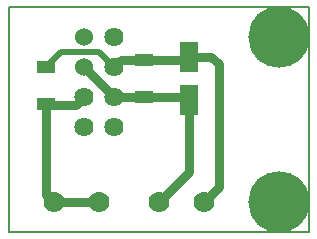
<source format=gbr>
G04 PROTEUS GERBER X2 FILE*
%TF.GenerationSoftware,Labcenter,Proteus,8.6-SP2-Build23525*%
%TF.CreationDate,2017-05-05T12:43:17+00:00*%
%TF.FileFunction,Copper,L1,Top*%
%TF.FilePolarity,Positive*%
%TF.Part,Single*%
%FSLAX45Y45*%
%MOMM*%
G01*
%TA.AperFunction,Conductor*%
%ADD10C,0.762000*%
%ADD11C,0.508000*%
%TA.AperFunction,SMDPad,CuDef*%
%ADD12R,1.524000X1.016000*%
%TA.AperFunction,ComponentPad*%
%ADD13C,1.778000*%
%TA.AperFunction,ComponentPad*%
%ADD14C,1.625600*%
%ADD15C,1.524000*%
%TA.AperFunction,SMDPad,CuDef*%
%ADD16R,1.524000X2.540000*%
%TA.AperFunction,OtherPad,Unknown*%
%ADD17C,1.778000*%
%ADD18C,5.200000*%
%TA.AperFunction,Profile*%
%ADD19C,0.203200*%
%TD.AperFunction*%
D10*
X+635000Y+1397000D02*
X+889000Y+1143000D01*
X+317500Y+1082040D02*
X+320040Y+1079500D01*
X+571500Y+1079500D01*
X+635000Y+1143000D01*
D11*
X+317500Y+1397000D02*
X+444500Y+1524000D01*
X+762000Y+1524000D01*
X+889000Y+1397000D01*
D10*
X+762000Y+254000D02*
X+381000Y+254000D01*
X+1143000Y+1143000D02*
X+889000Y+1143000D01*
X+889000Y+1397000D02*
X+949960Y+1457960D01*
X+1143000Y+1457960D01*
X+1524000Y+1122680D02*
X+1447800Y+1143000D01*
X+1143000Y+1143000D01*
X+1143000Y+1457960D02*
X+1447800Y+1457960D01*
X+1524000Y+1483360D01*
X+381000Y+254000D02*
X+317500Y+317500D01*
X+317500Y+1082040D01*
X+1270000Y+254000D02*
X+1524000Y+508000D01*
X+1524000Y+1122680D01*
X+1524000Y+1483360D02*
X+1714500Y+1483360D01*
X+1778000Y+1419860D01*
X+1778000Y+381000D01*
X+1651000Y+254000D01*
D12*
X+1143000Y+1457960D03*
X+1143000Y+1143000D03*
X+317500Y+1397000D03*
X+317500Y+1082040D03*
D13*
X+762000Y+254000D03*
D14*
X+889000Y+1651000D03*
X+889000Y+1397000D03*
X+889000Y+1143000D03*
X+889000Y+889000D03*
X+635000Y+889000D03*
X+635000Y+1143000D03*
D15*
X+635000Y+1397000D03*
X+635000Y+1651000D03*
D16*
X+1524000Y+1483360D03*
X+1524000Y+1122680D03*
D17*
X+1270000Y+254000D03*
X+1651000Y+254000D03*
X+381000Y+254000D03*
D18*
X+2286000Y+1651000D03*
X+2286000Y+254000D03*
D19*
X+0Y+0D02*
X+2540000Y+0D01*
X+2540000Y+1905000D01*
X+0Y+1905000D01*
X+0Y+0D01*
M02*

</source>
